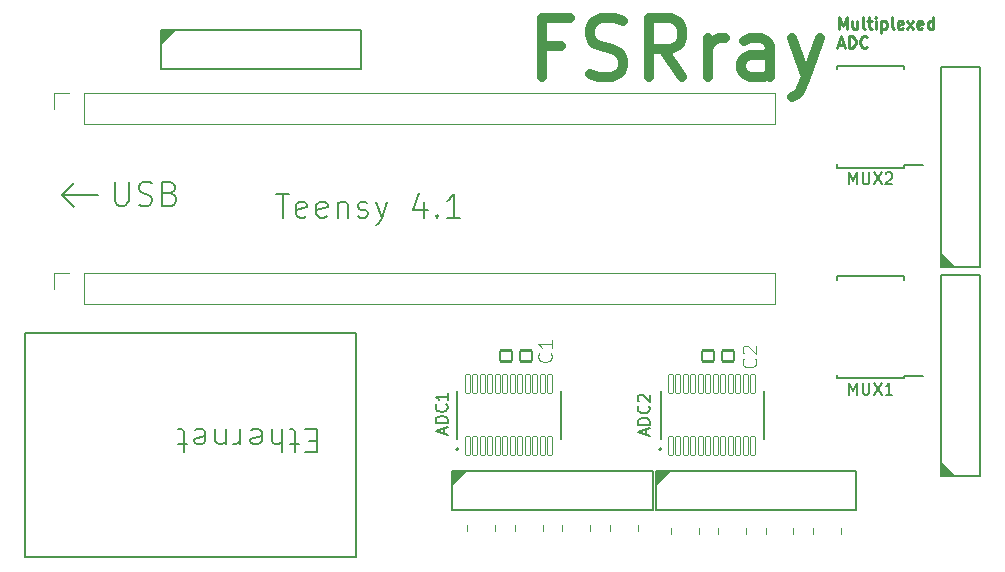
<source format=gbr>
%TF.GenerationSoftware,KiCad,Pcbnew,7.0.7-7.0.7~ubuntu22.04.1*%
%TF.CreationDate,2023-09-08T16:19:24+01:00*%
%TF.ProjectId,FSRray,46535272-6179-42e6-9b69-6361645f7063,rev?*%
%TF.SameCoordinates,Original*%
%TF.FileFunction,Legend,Top*%
%TF.FilePolarity,Positive*%
%FSLAX46Y46*%
G04 Gerber Fmt 4.6, Leading zero omitted, Abs format (unit mm)*
G04 Created by KiCad (PCBNEW 7.0.7-7.0.7~ubuntu22.04.1) date 2023-09-08 16:19:24*
%MOMM*%
%LPD*%
G01*
G04 APERTURE LIST*
G04 Aperture macros list*
%AMRoundRect*
0 Rectangle with rounded corners*
0 $1 Rounding radius*
0 $2 $3 $4 $5 $6 $7 $8 $9 X,Y pos of 4 corners*
0 Add a 4 corners polygon primitive as box body*
4,1,4,$2,$3,$4,$5,$6,$7,$8,$9,$2,$3,0*
0 Add four circle primitives for the rounded corners*
1,1,$1+$1,$2,$3*
1,1,$1+$1,$4,$5*
1,1,$1+$1,$6,$7*
1,1,$1+$1,$8,$9*
0 Add four rect primitives between the rounded corners*
20,1,$1+$1,$2,$3,$4,$5,0*
20,1,$1+$1,$4,$5,$6,$7,0*
20,1,$1+$1,$6,$7,$8,$9,0*
20,1,$1+$1,$8,$9,$2,$3,0*%
G04 Aperture macros list end*
%ADD10C,0.152400*%
%ADD11C,0.203200*%
%ADD12C,0.250000*%
%ADD13C,0.876300*%
%ADD14C,0.150000*%
%ADD15C,0.093472*%
%ADD16C,0.120000*%
%ADD17C,0.200000*%
%ADD18C,0.127000*%
%ADD19R,0.400000X0.500000*%
%ADD20R,0.300000X0.500000*%
%ADD21C,3.200000*%
%ADD22C,1.000000*%
%ADD23R,1.750000X0.450000*%
%ADD24RoundRect,0.020500X0.184500X-0.799500X0.184500X0.799500X-0.184500X0.799500X-0.184500X-0.799500X0*%
%ADD25RoundRect,0.114300X0.499200X0.449200X-0.499200X0.449200X-0.499200X-0.449200X0.499200X-0.449200X0*%
%ADD26R,1.700000X1.700000*%
%ADD27O,1.700000X1.700000*%
%ADD28C,1.431000*%
%ADD29C,3.450000*%
G04 APERTURE END LIST*
D10*
X133167200Y-91307200D02*
X132167200Y-92307200D01*
X135167200Y-92307200D02*
X132167200Y-92307200D01*
X157000000Y-123000000D02*
X129000000Y-123000000D01*
X129000000Y-104000000D01*
X157000000Y-104000000D01*
X157000000Y-123000000D01*
X132167200Y-92307200D02*
X133167200Y-93307200D01*
D11*
X150262437Y-92221871D02*
X151405294Y-92221871D01*
X150833865Y-94221871D02*
X150833865Y-92221871D01*
X152833866Y-94126633D02*
X152643390Y-94221871D01*
X152643390Y-94221871D02*
X152262437Y-94221871D01*
X152262437Y-94221871D02*
X152071961Y-94126633D01*
X152071961Y-94126633D02*
X151976723Y-93936156D01*
X151976723Y-93936156D02*
X151976723Y-93174252D01*
X151976723Y-93174252D02*
X152071961Y-92983775D01*
X152071961Y-92983775D02*
X152262437Y-92888537D01*
X152262437Y-92888537D02*
X152643390Y-92888537D01*
X152643390Y-92888537D02*
X152833866Y-92983775D01*
X152833866Y-92983775D02*
X152929104Y-93174252D01*
X152929104Y-93174252D02*
X152929104Y-93364728D01*
X152929104Y-93364728D02*
X151976723Y-93555204D01*
X154548152Y-94126633D02*
X154357676Y-94221871D01*
X154357676Y-94221871D02*
X153976723Y-94221871D01*
X153976723Y-94221871D02*
X153786247Y-94126633D01*
X153786247Y-94126633D02*
X153691009Y-93936156D01*
X153691009Y-93936156D02*
X153691009Y-93174252D01*
X153691009Y-93174252D02*
X153786247Y-92983775D01*
X153786247Y-92983775D02*
X153976723Y-92888537D01*
X153976723Y-92888537D02*
X154357676Y-92888537D01*
X154357676Y-92888537D02*
X154548152Y-92983775D01*
X154548152Y-92983775D02*
X154643390Y-93174252D01*
X154643390Y-93174252D02*
X154643390Y-93364728D01*
X154643390Y-93364728D02*
X153691009Y-93555204D01*
X155500533Y-92888537D02*
X155500533Y-94221871D01*
X155500533Y-93079013D02*
X155595771Y-92983775D01*
X155595771Y-92983775D02*
X155786247Y-92888537D01*
X155786247Y-92888537D02*
X156071962Y-92888537D01*
X156071962Y-92888537D02*
X156262438Y-92983775D01*
X156262438Y-92983775D02*
X156357676Y-93174252D01*
X156357676Y-93174252D02*
X156357676Y-94221871D01*
X157214819Y-94126633D02*
X157405295Y-94221871D01*
X157405295Y-94221871D02*
X157786247Y-94221871D01*
X157786247Y-94221871D02*
X157976724Y-94126633D01*
X157976724Y-94126633D02*
X158071962Y-93936156D01*
X158071962Y-93936156D02*
X158071962Y-93840918D01*
X158071962Y-93840918D02*
X157976724Y-93650442D01*
X157976724Y-93650442D02*
X157786247Y-93555204D01*
X157786247Y-93555204D02*
X157500533Y-93555204D01*
X157500533Y-93555204D02*
X157310057Y-93459966D01*
X157310057Y-93459966D02*
X157214819Y-93269490D01*
X157214819Y-93269490D02*
X157214819Y-93174252D01*
X157214819Y-93174252D02*
X157310057Y-92983775D01*
X157310057Y-92983775D02*
X157500533Y-92888537D01*
X157500533Y-92888537D02*
X157786247Y-92888537D01*
X157786247Y-92888537D02*
X157976724Y-92983775D01*
X158738629Y-92888537D02*
X159214819Y-94221871D01*
X159691010Y-92888537D02*
X159214819Y-94221871D01*
X159214819Y-94221871D02*
X159024343Y-94698061D01*
X159024343Y-94698061D02*
X158929105Y-94793299D01*
X158929105Y-94793299D02*
X158738629Y-94888537D01*
X162833868Y-92888537D02*
X162833868Y-94221871D01*
X162357677Y-92126633D02*
X161881487Y-93555204D01*
X161881487Y-93555204D02*
X163119582Y-93555204D01*
X163881487Y-94031394D02*
X163976725Y-94126633D01*
X163976725Y-94126633D02*
X163881487Y-94221871D01*
X163881487Y-94221871D02*
X163786249Y-94126633D01*
X163786249Y-94126633D02*
X163881487Y-94031394D01*
X163881487Y-94031394D02*
X163881487Y-94221871D01*
X165881487Y-94221871D02*
X164738630Y-94221871D01*
X165310058Y-94221871D02*
X165310058Y-92221871D01*
X165310058Y-92221871D02*
X165119582Y-92507585D01*
X165119582Y-92507585D02*
X164929106Y-92698061D01*
X164929106Y-92698061D02*
X164738630Y-92793299D01*
X153714285Y-113132947D02*
X153047618Y-113132947D01*
X152761904Y-112085328D02*
X153714285Y-112085328D01*
X153714285Y-112085328D02*
X153714285Y-114085328D01*
X153714285Y-114085328D02*
X152761904Y-114085328D01*
X152190475Y-113418662D02*
X151428571Y-113418662D01*
X151904761Y-114085328D02*
X151904761Y-112371043D01*
X151904761Y-112371043D02*
X151809523Y-112180567D01*
X151809523Y-112180567D02*
X151619047Y-112085328D01*
X151619047Y-112085328D02*
X151428571Y-112085328D01*
X150761904Y-112085328D02*
X150761904Y-114085328D01*
X149904761Y-112085328D02*
X149904761Y-113132947D01*
X149904761Y-113132947D02*
X149999999Y-113323424D01*
X149999999Y-113323424D02*
X150190475Y-113418662D01*
X150190475Y-113418662D02*
X150476190Y-113418662D01*
X150476190Y-113418662D02*
X150666666Y-113323424D01*
X150666666Y-113323424D02*
X150761904Y-113228186D01*
X148190475Y-112180567D02*
X148380951Y-112085328D01*
X148380951Y-112085328D02*
X148761904Y-112085328D01*
X148761904Y-112085328D02*
X148952380Y-112180567D01*
X148952380Y-112180567D02*
X149047618Y-112371043D01*
X149047618Y-112371043D02*
X149047618Y-113132947D01*
X149047618Y-113132947D02*
X148952380Y-113323424D01*
X148952380Y-113323424D02*
X148761904Y-113418662D01*
X148761904Y-113418662D02*
X148380951Y-113418662D01*
X148380951Y-113418662D02*
X148190475Y-113323424D01*
X148190475Y-113323424D02*
X148095237Y-113132947D01*
X148095237Y-113132947D02*
X148095237Y-112942471D01*
X148095237Y-112942471D02*
X149047618Y-112751995D01*
X147238094Y-112085328D02*
X147238094Y-113418662D01*
X147238094Y-113037709D02*
X147142856Y-113228186D01*
X147142856Y-113228186D02*
X147047618Y-113323424D01*
X147047618Y-113323424D02*
X146857142Y-113418662D01*
X146857142Y-113418662D02*
X146666665Y-113418662D01*
X145999999Y-113418662D02*
X145999999Y-112085328D01*
X145999999Y-113228186D02*
X145904761Y-113323424D01*
X145904761Y-113323424D02*
X145714285Y-113418662D01*
X145714285Y-113418662D02*
X145428570Y-113418662D01*
X145428570Y-113418662D02*
X145238094Y-113323424D01*
X145238094Y-113323424D02*
X145142856Y-113132947D01*
X145142856Y-113132947D02*
X145142856Y-112085328D01*
X143428570Y-112180567D02*
X143619046Y-112085328D01*
X143619046Y-112085328D02*
X143999999Y-112085328D01*
X143999999Y-112085328D02*
X144190475Y-112180567D01*
X144190475Y-112180567D02*
X144285713Y-112371043D01*
X144285713Y-112371043D02*
X144285713Y-113132947D01*
X144285713Y-113132947D02*
X144190475Y-113323424D01*
X144190475Y-113323424D02*
X143999999Y-113418662D01*
X143999999Y-113418662D02*
X143619046Y-113418662D01*
X143619046Y-113418662D02*
X143428570Y-113323424D01*
X143428570Y-113323424D02*
X143333332Y-113132947D01*
X143333332Y-113132947D02*
X143333332Y-112942471D01*
X143333332Y-112942471D02*
X144285713Y-112751995D01*
X142761903Y-113418662D02*
X141999999Y-113418662D01*
X142476189Y-114085328D02*
X142476189Y-112371043D01*
X142476189Y-112371043D02*
X142380951Y-112180567D01*
X142380951Y-112180567D02*
X142190475Y-112085328D01*
X142190475Y-112085328D02*
X141999999Y-112085328D01*
X136643390Y-91221871D02*
X136643390Y-92840918D01*
X136643390Y-92840918D02*
X136738628Y-93031394D01*
X136738628Y-93031394D02*
X136833866Y-93126633D01*
X136833866Y-93126633D02*
X137024342Y-93221871D01*
X137024342Y-93221871D02*
X137405295Y-93221871D01*
X137405295Y-93221871D02*
X137595771Y-93126633D01*
X137595771Y-93126633D02*
X137691009Y-93031394D01*
X137691009Y-93031394D02*
X137786247Y-92840918D01*
X137786247Y-92840918D02*
X137786247Y-91221871D01*
X138643390Y-93126633D02*
X138929104Y-93221871D01*
X138929104Y-93221871D02*
X139405295Y-93221871D01*
X139405295Y-93221871D02*
X139595771Y-93126633D01*
X139595771Y-93126633D02*
X139691009Y-93031394D01*
X139691009Y-93031394D02*
X139786247Y-92840918D01*
X139786247Y-92840918D02*
X139786247Y-92650442D01*
X139786247Y-92650442D02*
X139691009Y-92459966D01*
X139691009Y-92459966D02*
X139595771Y-92364728D01*
X139595771Y-92364728D02*
X139405295Y-92269490D01*
X139405295Y-92269490D02*
X139024342Y-92174252D01*
X139024342Y-92174252D02*
X138833866Y-92079013D01*
X138833866Y-92079013D02*
X138738628Y-91983775D01*
X138738628Y-91983775D02*
X138643390Y-91793299D01*
X138643390Y-91793299D02*
X138643390Y-91602823D01*
X138643390Y-91602823D02*
X138738628Y-91412347D01*
X138738628Y-91412347D02*
X138833866Y-91317109D01*
X138833866Y-91317109D02*
X139024342Y-91221871D01*
X139024342Y-91221871D02*
X139500533Y-91221871D01*
X139500533Y-91221871D02*
X139786247Y-91317109D01*
X141310057Y-92174252D02*
X141595771Y-92269490D01*
X141595771Y-92269490D02*
X141691009Y-92364728D01*
X141691009Y-92364728D02*
X141786247Y-92555204D01*
X141786247Y-92555204D02*
X141786247Y-92840918D01*
X141786247Y-92840918D02*
X141691009Y-93031394D01*
X141691009Y-93031394D02*
X141595771Y-93126633D01*
X141595771Y-93126633D02*
X141405295Y-93221871D01*
X141405295Y-93221871D02*
X140643390Y-93221871D01*
X140643390Y-93221871D02*
X140643390Y-91221871D01*
X140643390Y-91221871D02*
X141310057Y-91221871D01*
X141310057Y-91221871D02*
X141500533Y-91317109D01*
X141500533Y-91317109D02*
X141595771Y-91412347D01*
X141595771Y-91412347D02*
X141691009Y-91602823D01*
X141691009Y-91602823D02*
X141691009Y-91793299D01*
X141691009Y-91793299D02*
X141595771Y-91983775D01*
X141595771Y-91983775D02*
X141500533Y-92079013D01*
X141500533Y-92079013D02*
X141310057Y-92174252D01*
X141310057Y-92174252D02*
X140643390Y-92174252D01*
D12*
X197902568Y-78254619D02*
X197902568Y-77254619D01*
X197902568Y-77254619D02*
X198235901Y-77968904D01*
X198235901Y-77968904D02*
X198569234Y-77254619D01*
X198569234Y-77254619D02*
X198569234Y-78254619D01*
X199473996Y-77587952D02*
X199473996Y-78254619D01*
X199045425Y-77587952D02*
X199045425Y-78111761D01*
X199045425Y-78111761D02*
X199093044Y-78207000D01*
X199093044Y-78207000D02*
X199188282Y-78254619D01*
X199188282Y-78254619D02*
X199331139Y-78254619D01*
X199331139Y-78254619D02*
X199426377Y-78207000D01*
X199426377Y-78207000D02*
X199473996Y-78159380D01*
X200093044Y-78254619D02*
X199997806Y-78207000D01*
X199997806Y-78207000D02*
X199950187Y-78111761D01*
X199950187Y-78111761D02*
X199950187Y-77254619D01*
X200331140Y-77587952D02*
X200712092Y-77587952D01*
X200473997Y-77254619D02*
X200473997Y-78111761D01*
X200473997Y-78111761D02*
X200521616Y-78207000D01*
X200521616Y-78207000D02*
X200616854Y-78254619D01*
X200616854Y-78254619D02*
X200712092Y-78254619D01*
X201045426Y-78254619D02*
X201045426Y-77587952D01*
X201045426Y-77254619D02*
X200997807Y-77302238D01*
X200997807Y-77302238D02*
X201045426Y-77349857D01*
X201045426Y-77349857D02*
X201093045Y-77302238D01*
X201093045Y-77302238D02*
X201045426Y-77254619D01*
X201045426Y-77254619D02*
X201045426Y-77349857D01*
X201521616Y-77587952D02*
X201521616Y-78587952D01*
X201521616Y-77635571D02*
X201616854Y-77587952D01*
X201616854Y-77587952D02*
X201807330Y-77587952D01*
X201807330Y-77587952D02*
X201902568Y-77635571D01*
X201902568Y-77635571D02*
X201950187Y-77683190D01*
X201950187Y-77683190D02*
X201997806Y-77778428D01*
X201997806Y-77778428D02*
X201997806Y-78064142D01*
X201997806Y-78064142D02*
X201950187Y-78159380D01*
X201950187Y-78159380D02*
X201902568Y-78207000D01*
X201902568Y-78207000D02*
X201807330Y-78254619D01*
X201807330Y-78254619D02*
X201616854Y-78254619D01*
X201616854Y-78254619D02*
X201521616Y-78207000D01*
X202569235Y-78254619D02*
X202473997Y-78207000D01*
X202473997Y-78207000D02*
X202426378Y-78111761D01*
X202426378Y-78111761D02*
X202426378Y-77254619D01*
X203331140Y-78207000D02*
X203235902Y-78254619D01*
X203235902Y-78254619D02*
X203045426Y-78254619D01*
X203045426Y-78254619D02*
X202950188Y-78207000D01*
X202950188Y-78207000D02*
X202902569Y-78111761D01*
X202902569Y-78111761D02*
X202902569Y-77730809D01*
X202902569Y-77730809D02*
X202950188Y-77635571D01*
X202950188Y-77635571D02*
X203045426Y-77587952D01*
X203045426Y-77587952D02*
X203235902Y-77587952D01*
X203235902Y-77587952D02*
X203331140Y-77635571D01*
X203331140Y-77635571D02*
X203378759Y-77730809D01*
X203378759Y-77730809D02*
X203378759Y-77826047D01*
X203378759Y-77826047D02*
X202902569Y-77921285D01*
X203712093Y-78254619D02*
X204235902Y-77587952D01*
X203712093Y-77587952D02*
X204235902Y-78254619D01*
X204997807Y-78207000D02*
X204902569Y-78254619D01*
X204902569Y-78254619D02*
X204712093Y-78254619D01*
X204712093Y-78254619D02*
X204616855Y-78207000D01*
X204616855Y-78207000D02*
X204569236Y-78111761D01*
X204569236Y-78111761D02*
X204569236Y-77730809D01*
X204569236Y-77730809D02*
X204616855Y-77635571D01*
X204616855Y-77635571D02*
X204712093Y-77587952D01*
X204712093Y-77587952D02*
X204902569Y-77587952D01*
X204902569Y-77587952D02*
X204997807Y-77635571D01*
X204997807Y-77635571D02*
X205045426Y-77730809D01*
X205045426Y-77730809D02*
X205045426Y-77826047D01*
X205045426Y-77826047D02*
X204569236Y-77921285D01*
X205902569Y-78254619D02*
X205902569Y-77254619D01*
X205902569Y-78207000D02*
X205807331Y-78254619D01*
X205807331Y-78254619D02*
X205616855Y-78254619D01*
X205616855Y-78254619D02*
X205521617Y-78207000D01*
X205521617Y-78207000D02*
X205473998Y-78159380D01*
X205473998Y-78159380D02*
X205426379Y-78064142D01*
X205426379Y-78064142D02*
X205426379Y-77778428D01*
X205426379Y-77778428D02*
X205473998Y-77683190D01*
X205473998Y-77683190D02*
X205521617Y-77635571D01*
X205521617Y-77635571D02*
X205616855Y-77587952D01*
X205616855Y-77587952D02*
X205807331Y-77587952D01*
X205807331Y-77587952D02*
X205902569Y-77635571D01*
X197854949Y-79578904D02*
X198331139Y-79578904D01*
X197759711Y-79864619D02*
X198093044Y-78864619D01*
X198093044Y-78864619D02*
X198426377Y-79864619D01*
X198759711Y-79864619D02*
X198759711Y-78864619D01*
X198759711Y-78864619D02*
X198997806Y-78864619D01*
X198997806Y-78864619D02*
X199140663Y-78912238D01*
X199140663Y-78912238D02*
X199235901Y-79007476D01*
X199235901Y-79007476D02*
X199283520Y-79102714D01*
X199283520Y-79102714D02*
X199331139Y-79293190D01*
X199331139Y-79293190D02*
X199331139Y-79436047D01*
X199331139Y-79436047D02*
X199283520Y-79626523D01*
X199283520Y-79626523D02*
X199235901Y-79721761D01*
X199235901Y-79721761D02*
X199140663Y-79817000D01*
X199140663Y-79817000D02*
X198997806Y-79864619D01*
X198997806Y-79864619D02*
X198759711Y-79864619D01*
X200331139Y-79769380D02*
X200283520Y-79817000D01*
X200283520Y-79817000D02*
X200140663Y-79864619D01*
X200140663Y-79864619D02*
X200045425Y-79864619D01*
X200045425Y-79864619D02*
X199902568Y-79817000D01*
X199902568Y-79817000D02*
X199807330Y-79721761D01*
X199807330Y-79721761D02*
X199759711Y-79626523D01*
X199759711Y-79626523D02*
X199712092Y-79436047D01*
X199712092Y-79436047D02*
X199712092Y-79293190D01*
X199712092Y-79293190D02*
X199759711Y-79102714D01*
X199759711Y-79102714D02*
X199807330Y-79007476D01*
X199807330Y-79007476D02*
X199902568Y-78912238D01*
X199902568Y-78912238D02*
X200045425Y-78864619D01*
X200045425Y-78864619D02*
X200140663Y-78864619D01*
X200140663Y-78864619D02*
X200283520Y-78912238D01*
X200283520Y-78912238D02*
X200331139Y-78959857D01*
D13*
X174433655Y-79723479D02*
X172766989Y-79723479D01*
X172766989Y-82342527D02*
X172766989Y-77342527D01*
X172766989Y-77342527D02*
X175147941Y-77342527D01*
X176814607Y-82104432D02*
X177528893Y-82342527D01*
X177528893Y-82342527D02*
X178719369Y-82342527D01*
X178719369Y-82342527D02*
X179195560Y-82104432D01*
X179195560Y-82104432D02*
X179433655Y-81866336D01*
X179433655Y-81866336D02*
X179671750Y-81390146D01*
X179671750Y-81390146D02*
X179671750Y-80913955D01*
X179671750Y-80913955D02*
X179433655Y-80437765D01*
X179433655Y-80437765D02*
X179195560Y-80199670D01*
X179195560Y-80199670D02*
X178719369Y-79961574D01*
X178719369Y-79961574D02*
X177766988Y-79723479D01*
X177766988Y-79723479D02*
X177290798Y-79485384D01*
X177290798Y-79485384D02*
X177052703Y-79247289D01*
X177052703Y-79247289D02*
X176814607Y-78771098D01*
X176814607Y-78771098D02*
X176814607Y-78294908D01*
X176814607Y-78294908D02*
X177052703Y-77818717D01*
X177052703Y-77818717D02*
X177290798Y-77580622D01*
X177290798Y-77580622D02*
X177766988Y-77342527D01*
X177766988Y-77342527D02*
X178957465Y-77342527D01*
X178957465Y-77342527D02*
X179671750Y-77580622D01*
X184671751Y-82342527D02*
X183005084Y-79961574D01*
X181814608Y-82342527D02*
X181814608Y-77342527D01*
X181814608Y-77342527D02*
X183719370Y-77342527D01*
X183719370Y-77342527D02*
X184195560Y-77580622D01*
X184195560Y-77580622D02*
X184433655Y-77818717D01*
X184433655Y-77818717D02*
X184671751Y-78294908D01*
X184671751Y-78294908D02*
X184671751Y-79009193D01*
X184671751Y-79009193D02*
X184433655Y-79485384D01*
X184433655Y-79485384D02*
X184195560Y-79723479D01*
X184195560Y-79723479D02*
X183719370Y-79961574D01*
X183719370Y-79961574D02*
X181814608Y-79961574D01*
X186814608Y-82342527D02*
X186814608Y-79009193D01*
X186814608Y-79961574D02*
X187052703Y-79485384D01*
X187052703Y-79485384D02*
X187290798Y-79247289D01*
X187290798Y-79247289D02*
X187766989Y-79009193D01*
X187766989Y-79009193D02*
X188243179Y-79009193D01*
X192052703Y-82342527D02*
X192052703Y-79723479D01*
X192052703Y-79723479D02*
X191814608Y-79247289D01*
X191814608Y-79247289D02*
X191338417Y-79009193D01*
X191338417Y-79009193D02*
X190386036Y-79009193D01*
X190386036Y-79009193D02*
X189909846Y-79247289D01*
X192052703Y-82104432D02*
X191576512Y-82342527D01*
X191576512Y-82342527D02*
X190386036Y-82342527D01*
X190386036Y-82342527D02*
X189909846Y-82104432D01*
X189909846Y-82104432D02*
X189671750Y-81628241D01*
X189671750Y-81628241D02*
X189671750Y-81152051D01*
X189671750Y-81152051D02*
X189909846Y-80675860D01*
X189909846Y-80675860D02*
X190386036Y-80437765D01*
X190386036Y-80437765D02*
X191576512Y-80437765D01*
X191576512Y-80437765D02*
X192052703Y-80199670D01*
X193957465Y-79009193D02*
X195147941Y-82342527D01*
X196338418Y-79009193D02*
X195147941Y-82342527D01*
X195147941Y-82342527D02*
X194671751Y-83533003D01*
X194671751Y-83533003D02*
X194433656Y-83771098D01*
X194433656Y-83771098D02*
X193957465Y-84009193D01*
D14*
X198790476Y-91404820D02*
X198790476Y-90404820D01*
X198790476Y-90404820D02*
X199123809Y-91119105D01*
X199123809Y-91119105D02*
X199457142Y-90404820D01*
X199457142Y-90404820D02*
X199457142Y-91404820D01*
X199933333Y-90404820D02*
X199933333Y-91214343D01*
X199933333Y-91214343D02*
X199980952Y-91309581D01*
X199980952Y-91309581D02*
X200028571Y-91357201D01*
X200028571Y-91357201D02*
X200123809Y-91404820D01*
X200123809Y-91404820D02*
X200314285Y-91404820D01*
X200314285Y-91404820D02*
X200409523Y-91357201D01*
X200409523Y-91357201D02*
X200457142Y-91309581D01*
X200457142Y-91309581D02*
X200504761Y-91214343D01*
X200504761Y-91214343D02*
X200504761Y-90404820D01*
X200885714Y-90404820D02*
X201552380Y-91404820D01*
X201552380Y-90404820D02*
X200885714Y-91404820D01*
X201885714Y-90500058D02*
X201933333Y-90452439D01*
X201933333Y-90452439D02*
X202028571Y-90404820D01*
X202028571Y-90404820D02*
X202266666Y-90404820D01*
X202266666Y-90404820D02*
X202361904Y-90452439D01*
X202361904Y-90452439D02*
X202409523Y-90500058D01*
X202409523Y-90500058D02*
X202457142Y-90595296D01*
X202457142Y-90595296D02*
X202457142Y-90690534D01*
X202457142Y-90690534D02*
X202409523Y-90833391D01*
X202409523Y-90833391D02*
X201838095Y-91404820D01*
X201838095Y-91404820D02*
X202457142Y-91404820D01*
X198790476Y-109204821D02*
X198790476Y-108204821D01*
X198790476Y-108204821D02*
X199123809Y-108919106D01*
X199123809Y-108919106D02*
X199457142Y-108204821D01*
X199457142Y-108204821D02*
X199457142Y-109204821D01*
X199933333Y-108204821D02*
X199933333Y-109014344D01*
X199933333Y-109014344D02*
X199980952Y-109109582D01*
X199980952Y-109109582D02*
X200028571Y-109157202D01*
X200028571Y-109157202D02*
X200123809Y-109204821D01*
X200123809Y-109204821D02*
X200314285Y-109204821D01*
X200314285Y-109204821D02*
X200409523Y-109157202D01*
X200409523Y-109157202D02*
X200457142Y-109109582D01*
X200457142Y-109109582D02*
X200504761Y-109014344D01*
X200504761Y-109014344D02*
X200504761Y-108204821D01*
X200885714Y-108204821D02*
X201552380Y-109204821D01*
X201552380Y-108204821D02*
X200885714Y-109204821D01*
X202457142Y-109204821D02*
X201885714Y-109204821D01*
X202171428Y-109204821D02*
X202171428Y-108204821D01*
X202171428Y-108204821D02*
X202076190Y-108347678D01*
X202076190Y-108347678D02*
X201980952Y-108442916D01*
X201980952Y-108442916D02*
X201885714Y-108490535D01*
X181619104Y-112651938D02*
X181619104Y-112175748D01*
X181904819Y-112747176D02*
X180904819Y-112413843D01*
X180904819Y-112413843D02*
X181904819Y-112080510D01*
X181904819Y-111747176D02*
X180904819Y-111747176D01*
X180904819Y-111747176D02*
X180904819Y-111509081D01*
X180904819Y-111509081D02*
X180952438Y-111366224D01*
X180952438Y-111366224D02*
X181047676Y-111270986D01*
X181047676Y-111270986D02*
X181142914Y-111223367D01*
X181142914Y-111223367D02*
X181333390Y-111175748D01*
X181333390Y-111175748D02*
X181476247Y-111175748D01*
X181476247Y-111175748D02*
X181666723Y-111223367D01*
X181666723Y-111223367D02*
X181761961Y-111270986D01*
X181761961Y-111270986D02*
X181857200Y-111366224D01*
X181857200Y-111366224D02*
X181904819Y-111509081D01*
X181904819Y-111509081D02*
X181904819Y-111747176D01*
X181809580Y-110175748D02*
X181857200Y-110223367D01*
X181857200Y-110223367D02*
X181904819Y-110366224D01*
X181904819Y-110366224D02*
X181904819Y-110461462D01*
X181904819Y-110461462D02*
X181857200Y-110604319D01*
X181857200Y-110604319D02*
X181761961Y-110699557D01*
X181761961Y-110699557D02*
X181666723Y-110747176D01*
X181666723Y-110747176D02*
X181476247Y-110794795D01*
X181476247Y-110794795D02*
X181333390Y-110794795D01*
X181333390Y-110794795D02*
X181142914Y-110747176D01*
X181142914Y-110747176D02*
X181047676Y-110699557D01*
X181047676Y-110699557D02*
X180952438Y-110604319D01*
X180952438Y-110604319D02*
X180904819Y-110461462D01*
X180904819Y-110461462D02*
X180904819Y-110366224D01*
X180904819Y-110366224D02*
X180952438Y-110223367D01*
X180952438Y-110223367D02*
X181000057Y-110175748D01*
X181000057Y-109794795D02*
X180952438Y-109747176D01*
X180952438Y-109747176D02*
X180904819Y-109651938D01*
X180904819Y-109651938D02*
X180904819Y-109413843D01*
X180904819Y-109413843D02*
X180952438Y-109318605D01*
X180952438Y-109318605D02*
X181000057Y-109270986D01*
X181000057Y-109270986D02*
X181095295Y-109223367D01*
X181095295Y-109223367D02*
X181190533Y-109223367D01*
X181190533Y-109223367D02*
X181333390Y-109270986D01*
X181333390Y-109270986D02*
X181904819Y-109842414D01*
X181904819Y-109842414D02*
X181904819Y-109223367D01*
D15*
X173527373Y-105723731D02*
X173583399Y-105779756D01*
X173583399Y-105779756D02*
X173639424Y-105947832D01*
X173639424Y-105947832D02*
X173639424Y-106059882D01*
X173639424Y-106059882D02*
X173583399Y-106227957D01*
X173583399Y-106227957D02*
X173471348Y-106340008D01*
X173471348Y-106340008D02*
X173359298Y-106396033D01*
X173359298Y-106396033D02*
X173135197Y-106452058D01*
X173135197Y-106452058D02*
X172967122Y-106452058D01*
X172967122Y-106452058D02*
X172743021Y-106396033D01*
X172743021Y-106396033D02*
X172630971Y-106340008D01*
X172630971Y-106340008D02*
X172518921Y-106227957D01*
X172518921Y-106227957D02*
X172462896Y-106059882D01*
X172462896Y-106059882D02*
X172462896Y-105947832D01*
X172462896Y-105947832D02*
X172518921Y-105779756D01*
X172518921Y-105779756D02*
X172574946Y-105723731D01*
X173639424Y-104603228D02*
X173639424Y-105275530D01*
X173639424Y-104939379D02*
X172462896Y-104939379D01*
X172462896Y-104939379D02*
X172630971Y-105051429D01*
X172630971Y-105051429D02*
X172743021Y-105163480D01*
X172743021Y-105163480D02*
X172799047Y-105275530D01*
D14*
X164506604Y-112516938D02*
X164506604Y-112040748D01*
X164792319Y-112612176D02*
X163792319Y-112278843D01*
X163792319Y-112278843D02*
X164792319Y-111945510D01*
X164792319Y-111612176D02*
X163792319Y-111612176D01*
X163792319Y-111612176D02*
X163792319Y-111374081D01*
X163792319Y-111374081D02*
X163839938Y-111231224D01*
X163839938Y-111231224D02*
X163935176Y-111135986D01*
X163935176Y-111135986D02*
X164030414Y-111088367D01*
X164030414Y-111088367D02*
X164220890Y-111040748D01*
X164220890Y-111040748D02*
X164363747Y-111040748D01*
X164363747Y-111040748D02*
X164554223Y-111088367D01*
X164554223Y-111088367D02*
X164649461Y-111135986D01*
X164649461Y-111135986D02*
X164744700Y-111231224D01*
X164744700Y-111231224D02*
X164792319Y-111374081D01*
X164792319Y-111374081D02*
X164792319Y-111612176D01*
X164697080Y-110040748D02*
X164744700Y-110088367D01*
X164744700Y-110088367D02*
X164792319Y-110231224D01*
X164792319Y-110231224D02*
X164792319Y-110326462D01*
X164792319Y-110326462D02*
X164744700Y-110469319D01*
X164744700Y-110469319D02*
X164649461Y-110564557D01*
X164649461Y-110564557D02*
X164554223Y-110612176D01*
X164554223Y-110612176D02*
X164363747Y-110659795D01*
X164363747Y-110659795D02*
X164220890Y-110659795D01*
X164220890Y-110659795D02*
X164030414Y-110612176D01*
X164030414Y-110612176D02*
X163935176Y-110564557D01*
X163935176Y-110564557D02*
X163839938Y-110469319D01*
X163839938Y-110469319D02*
X163792319Y-110326462D01*
X163792319Y-110326462D02*
X163792319Y-110231224D01*
X163792319Y-110231224D02*
X163839938Y-110088367D01*
X163839938Y-110088367D02*
X163887557Y-110040748D01*
X164792319Y-109088367D02*
X164792319Y-109659795D01*
X164792319Y-109374081D02*
X163792319Y-109374081D01*
X163792319Y-109374081D02*
X163935176Y-109469319D01*
X163935176Y-109469319D02*
X164030414Y-109564557D01*
X164030414Y-109564557D02*
X164078033Y-109659795D01*
D15*
X190827373Y-106174831D02*
X190883399Y-106230856D01*
X190883399Y-106230856D02*
X190939424Y-106398932D01*
X190939424Y-106398932D02*
X190939424Y-106510982D01*
X190939424Y-106510982D02*
X190883399Y-106679057D01*
X190883399Y-106679057D02*
X190771348Y-106791108D01*
X190771348Y-106791108D02*
X190659298Y-106847133D01*
X190659298Y-106847133D02*
X190435197Y-106903158D01*
X190435197Y-106903158D02*
X190267122Y-106903158D01*
X190267122Y-106903158D02*
X190043021Y-106847133D01*
X190043021Y-106847133D02*
X189930971Y-106791108D01*
X189930971Y-106791108D02*
X189818921Y-106679057D01*
X189818921Y-106679057D02*
X189762896Y-106510982D01*
X189762896Y-106510982D02*
X189762896Y-106398932D01*
X189762896Y-106398932D02*
X189818921Y-106230856D01*
X189818921Y-106230856D02*
X189874946Y-106174831D01*
X189874946Y-105726630D02*
X189818921Y-105670605D01*
X189818921Y-105670605D02*
X189762896Y-105558555D01*
X189762896Y-105558555D02*
X189762896Y-105278429D01*
X189762896Y-105278429D02*
X189818921Y-105166379D01*
X189818921Y-105166379D02*
X189874946Y-105110353D01*
X189874946Y-105110353D02*
X189986996Y-105054328D01*
X189986996Y-105054328D02*
X190099047Y-105054328D01*
X190099047Y-105054328D02*
X190267122Y-105110353D01*
X190267122Y-105110353D02*
X190939424Y-105782655D01*
X190939424Y-105782655D02*
X190939424Y-105054328D01*
D16*
%TO.C,RN5*%
X183720000Y-120487653D02*
X183720000Y-120987653D01*
X186080000Y-120487653D02*
X186080000Y-120987653D01*
D17*
%TO.C,J2*%
X206550000Y-116100001D02*
X209850000Y-116100001D01*
X209850000Y-116100001D02*
X209850000Y-99100001D01*
X209850000Y-99100001D02*
X206550000Y-99100001D01*
X206550000Y-99100001D02*
X206550000Y-116100001D01*
D16*
X207750000Y-116100001D02*
X206550000Y-116100001D01*
X206550000Y-114900001D01*
X207750000Y-116100001D01*
G36*
X207750000Y-116100001D02*
G01*
X206550000Y-116100001D01*
X206550000Y-114900001D01*
X207750000Y-116100001D01*
G37*
D14*
%TO.C,MUX2*%
X203475000Y-90025001D02*
X203475000Y-89800001D01*
X203475000Y-90025001D02*
X197725000Y-90025001D01*
X203475000Y-89800001D02*
X205075000Y-89800001D01*
X203475000Y-81375001D02*
X203475000Y-81675001D01*
X203475000Y-81375001D02*
X197725000Y-81375001D01*
X197725000Y-90025001D02*
X197725000Y-89725001D01*
X197725000Y-81375001D02*
X197725000Y-81675001D01*
D17*
%TO.C,J3*%
X182400000Y-115687653D02*
X199400000Y-115687653D01*
X199400000Y-115687653D02*
X199400000Y-118987653D01*
X199400000Y-118987653D02*
X182400000Y-118987653D01*
X182400000Y-118987653D02*
X182400000Y-115687653D01*
D16*
X182400000Y-116887653D02*
X182400000Y-115687653D01*
X183600000Y-115687653D01*
X182400000Y-116887653D01*
G36*
X182400000Y-116887653D02*
G01*
X182400000Y-115687653D01*
X183600000Y-115687653D01*
X182400000Y-116887653D01*
G37*
D14*
%TO.C,MUX1*%
X203475000Y-107825002D02*
X203475000Y-107600002D01*
X203475000Y-107825002D02*
X197725000Y-107825002D01*
X203475000Y-107600002D02*
X205075000Y-107600002D01*
X203475000Y-99175002D02*
X203475000Y-99475002D01*
X203475000Y-99175002D02*
X197725000Y-99175002D01*
X197725000Y-107825002D02*
X197725000Y-107525002D01*
X197725000Y-99175002D02*
X197725000Y-99475002D01*
D18*
%TO.C,ADC2*%
X182830000Y-112932653D02*
X182830000Y-108942653D01*
X191570000Y-112932653D02*
X191570000Y-108942653D01*
D17*
X182900000Y-113837653D02*
G75*
G03*
X182900000Y-113837653I-100000J0D01*
G01*
D16*
%TO.C,RN6*%
X187720000Y-120487653D02*
X187720000Y-120987653D01*
X190080000Y-120487653D02*
X190080000Y-120987653D01*
D17*
%TO.C,J5*%
X140500000Y-78350000D02*
X157500000Y-78350000D01*
X157500000Y-78350000D02*
X157500000Y-81650000D01*
X157500000Y-81650000D02*
X140500000Y-81650000D01*
X140500000Y-81650000D02*
X140500000Y-78350000D01*
D16*
X140500000Y-79550000D02*
X140500000Y-78350000D01*
X141700000Y-78350000D01*
X140500000Y-79550000D01*
G36*
X140500000Y-79550000D02*
G01*
X140500000Y-78350000D01*
X141700000Y-78350000D01*
X140500000Y-79550000D01*
G37*
D17*
%TO.C,J1*%
X206555000Y-98450001D02*
X209855000Y-98450001D01*
X209855000Y-98450001D02*
X209855000Y-81450001D01*
X209855000Y-81450001D02*
X206555000Y-81450001D01*
X206555000Y-81450001D02*
X206555000Y-98450001D01*
D16*
X207755000Y-98450001D02*
X206555000Y-98450001D01*
X206555000Y-97250001D01*
X207755000Y-98450001D01*
G36*
X207755000Y-98450001D02*
G01*
X206555000Y-98450001D01*
X206555000Y-97250001D01*
X207755000Y-98450001D01*
G37*
%TO.C,RN1*%
X166420000Y-120287653D02*
X166420000Y-120787653D01*
X168780000Y-120287653D02*
X168780000Y-120787653D01*
D17*
%TO.C,J4*%
X165162500Y-115672653D02*
X182162500Y-115672653D01*
X182162500Y-115672653D02*
X182162500Y-118972653D01*
X182162500Y-118972653D02*
X165162500Y-118972653D01*
X165162500Y-118972653D02*
X165162500Y-115672653D01*
D16*
X165162500Y-116872653D02*
X165162500Y-115672653D01*
X166362500Y-115672653D01*
X165162500Y-116872653D01*
G36*
X165162500Y-116872653D02*
G01*
X165162500Y-115672653D01*
X166362500Y-115672653D01*
X165162500Y-116872653D01*
G37*
%TO.C,RN4*%
X178520000Y-120287653D02*
X178520000Y-120787653D01*
X180880000Y-120287653D02*
X180880000Y-120787653D01*
%TO.C,RN2*%
X170520000Y-120287653D02*
X170520000Y-120787653D01*
X172880000Y-120287653D02*
X172880000Y-120787653D01*
%TO.C,J12*%
X134050000Y-101570000D02*
X192530000Y-101570000D01*
X134050000Y-101570000D02*
X134050000Y-98910000D01*
X192530000Y-101570000D02*
X192530000Y-98910000D01*
X131450000Y-100240000D02*
X131450000Y-98910000D01*
X131450000Y-98910000D02*
X132780000Y-98910000D01*
X134050000Y-98910000D02*
X192530000Y-98910000D01*
%TO.C,RN7*%
X191720000Y-120487653D02*
X191720000Y-120987653D01*
X194080000Y-120487653D02*
X194080000Y-120987653D01*
D18*
%TO.C,ADC1*%
X165630000Y-112932653D02*
X165630000Y-108942653D01*
X174370000Y-112932653D02*
X174370000Y-108942653D01*
D17*
X165700000Y-113837653D02*
G75*
G03*
X165700000Y-113837653I-100000J0D01*
G01*
D16*
%TO.C,RN8*%
X195720000Y-120487653D02*
X195720000Y-120987653D01*
X198080000Y-120487653D02*
X198080000Y-120987653D01*
%TO.C,RN3*%
X174520000Y-120287653D02*
X174520000Y-120787653D01*
X176880000Y-120287653D02*
X176880000Y-120787653D01*
%TO.C,J11*%
X134050000Y-86330000D02*
X192530000Y-86330000D01*
X134050000Y-86330000D02*
X134050000Y-83670000D01*
X192530000Y-86330000D02*
X192530000Y-83670000D01*
X131450000Y-85000000D02*
X131450000Y-83670000D01*
X131450000Y-83670000D02*
X132780000Y-83670000D01*
X134050000Y-83670000D02*
X192530000Y-83670000D01*
%TD*%
%LPC*%
D19*
%TO.C,RN5*%
X184150000Y-121237653D03*
D20*
X184650000Y-121237653D03*
X185150000Y-121237653D03*
D19*
X185650000Y-121237653D03*
X185650000Y-120237653D03*
D20*
X185150000Y-120237653D03*
X184650000Y-120237653D03*
D19*
X184150000Y-120237653D03*
%TD*%
D21*
%TO.C,H5*%
X207500000Y-119500000D03*
%TD*%
D22*
%TO.C,J2*%
X209200000Y-115100001D03*
X207200000Y-114100001D03*
X209200000Y-113100001D03*
X207200000Y-112100001D03*
X209200000Y-111100001D03*
X207200000Y-110100001D03*
X209200000Y-109100001D03*
X207200000Y-108100001D03*
X209200000Y-107100001D03*
X207200000Y-106100001D03*
X209200000Y-105100001D03*
X207200000Y-104100001D03*
X209200000Y-103100001D03*
X207200000Y-102100001D03*
X209200000Y-101100001D03*
X207200000Y-100100001D03*
%TD*%
D23*
%TO.C,MUX2*%
X204200000Y-89275001D03*
X204200000Y-88625001D03*
X204200000Y-87975001D03*
X204200000Y-87325001D03*
X204200000Y-86675001D03*
X204200000Y-86025001D03*
X204200000Y-85375001D03*
X204200000Y-84725001D03*
X204200000Y-84075001D03*
X204200000Y-83425001D03*
X204200000Y-82775001D03*
X204200000Y-82125001D03*
X197000000Y-82125001D03*
X197000000Y-82775001D03*
X197000000Y-83425001D03*
X197000000Y-84075001D03*
X197000000Y-84725001D03*
X197000000Y-85375001D03*
X197000000Y-86025001D03*
X197000000Y-86675001D03*
X197000000Y-87325001D03*
X197000000Y-87975001D03*
X197000000Y-88625001D03*
X197000000Y-89275001D03*
%TD*%
D22*
%TO.C,J3*%
X183400000Y-118337653D03*
X184400000Y-116337653D03*
X185400000Y-118337653D03*
X186400000Y-116337653D03*
X187400000Y-118337653D03*
X188400000Y-116337653D03*
X189400000Y-118337653D03*
X190400000Y-116337653D03*
X191400000Y-118337653D03*
X192400000Y-116337653D03*
X193400000Y-118337653D03*
X194400000Y-116337653D03*
X195400000Y-118337653D03*
X196400000Y-116337653D03*
X197400000Y-118337653D03*
X198400000Y-116337653D03*
%TD*%
D23*
%TO.C,MUX1*%
X204200000Y-107075002D03*
X204200000Y-106425002D03*
X204200000Y-105775002D03*
X204200000Y-105125002D03*
X204200000Y-104475002D03*
X204200000Y-103825002D03*
X204200000Y-103175002D03*
X204200000Y-102525002D03*
X204200000Y-101875002D03*
X204200000Y-101225002D03*
X204200000Y-100575002D03*
X204200000Y-99925002D03*
X197000000Y-99925002D03*
X197000000Y-100575002D03*
X197000000Y-101225002D03*
X197000000Y-101875002D03*
X197000000Y-102525002D03*
X197000000Y-103175002D03*
X197000000Y-103825002D03*
X197000000Y-104475002D03*
X197000000Y-105125002D03*
X197000000Y-105775002D03*
X197000000Y-106425002D03*
X197000000Y-107075002D03*
%TD*%
D24*
%TO.C,ADC2*%
X183707500Y-113572653D03*
X184342500Y-113572653D03*
X184977500Y-113572653D03*
X185612500Y-113572653D03*
X186247500Y-113572653D03*
X186882500Y-113572653D03*
X187517500Y-113572653D03*
X188152500Y-113572653D03*
X188787500Y-113572653D03*
X189422500Y-113572653D03*
X190057500Y-113572653D03*
X190692500Y-113572653D03*
X190692500Y-108302653D03*
X190057500Y-108302653D03*
X189422500Y-108302653D03*
X188787500Y-108302653D03*
X188152500Y-108302653D03*
X187517500Y-108302653D03*
X186882500Y-108302653D03*
X186247500Y-108302653D03*
X185612500Y-108302653D03*
X184977500Y-108302653D03*
X184342500Y-108302653D03*
X183707500Y-108302653D03*
%TD*%
D19*
%TO.C,RN6*%
X188150000Y-121237653D03*
D20*
X188650000Y-121237653D03*
X189150000Y-121237653D03*
D19*
X189650000Y-121237653D03*
X189650000Y-120237653D03*
D20*
X189150000Y-120237653D03*
X188650000Y-120237653D03*
D19*
X188150000Y-120237653D03*
%TD*%
D22*
%TO.C,J5*%
X141500000Y-81000000D03*
X142500000Y-79000000D03*
X143500000Y-81000000D03*
X144500000Y-79000000D03*
X145500000Y-81000000D03*
X146500000Y-79000000D03*
X147500000Y-81000000D03*
X148500000Y-79000000D03*
X149500000Y-81000000D03*
X150500000Y-79000000D03*
X151500000Y-81000000D03*
X152500000Y-79000000D03*
X153500000Y-81000000D03*
X154500000Y-79000000D03*
X155500000Y-81000000D03*
X156500000Y-79000000D03*
%TD*%
%TO.C,J1*%
X209205000Y-97450001D03*
X207205000Y-96450001D03*
X209205000Y-95450001D03*
X207205000Y-94450001D03*
X209205000Y-93450001D03*
X207205000Y-92450001D03*
X209205000Y-91450001D03*
X207205000Y-90450001D03*
X209205000Y-89450001D03*
X207205000Y-88450001D03*
X209205000Y-87450001D03*
X207205000Y-86450001D03*
X209205000Y-85450001D03*
X207205000Y-84450001D03*
X209205000Y-83450001D03*
X207205000Y-82450001D03*
%TD*%
D19*
%TO.C,RN1*%
X166850000Y-121037653D03*
D20*
X167350000Y-121037653D03*
X167850000Y-121037653D03*
D19*
X168350000Y-121037653D03*
X168350000Y-120037653D03*
D20*
X167850000Y-120037653D03*
X167350000Y-120037653D03*
D19*
X166850000Y-120037653D03*
%TD*%
D22*
%TO.C,J4*%
X166162500Y-118322653D03*
X167162500Y-116322653D03*
X168162500Y-118322653D03*
X169162500Y-116322653D03*
X170162500Y-118322653D03*
X171162500Y-116322653D03*
X172162500Y-118322653D03*
X173162500Y-116322653D03*
X174162500Y-118322653D03*
X175162500Y-116322653D03*
X176162500Y-118322653D03*
X177162500Y-116322653D03*
X178162500Y-118322653D03*
X179162500Y-116322653D03*
X180162500Y-118322653D03*
X181162500Y-116322653D03*
%TD*%
D21*
%TO.C,H1*%
X132500000Y-79500000D03*
%TD*%
D19*
%TO.C,RN4*%
X178950000Y-121037653D03*
D20*
X179450000Y-121037653D03*
X179950000Y-121037653D03*
D19*
X180450000Y-121037653D03*
X180450000Y-120037653D03*
D20*
X179950000Y-120037653D03*
X179450000Y-120037653D03*
D19*
X178950000Y-120037653D03*
%TD*%
D25*
%TO.C,C1*%
X171450000Y-105937653D03*
X169750000Y-105937653D03*
%TD*%
D19*
%TO.C,RN2*%
X170950000Y-121037653D03*
D20*
X171450000Y-121037653D03*
X171950000Y-121037653D03*
D19*
X172450000Y-121037653D03*
X172450000Y-120037653D03*
D20*
X171950000Y-120037653D03*
X171450000Y-120037653D03*
D19*
X170950000Y-120037653D03*
%TD*%
D26*
%TO.C,J12*%
X132780000Y-100240000D03*
D27*
X135320000Y-100240000D03*
X137860000Y-100240000D03*
X140400000Y-100240000D03*
X142940000Y-100240000D03*
X145480000Y-100240000D03*
X148020000Y-100240000D03*
X150560000Y-100240000D03*
X153100000Y-100240000D03*
X155640000Y-100240000D03*
X158180000Y-100240000D03*
X160720000Y-100240000D03*
X163260000Y-100240000D03*
X165800000Y-100240000D03*
X168340000Y-100240000D03*
X170880000Y-100240000D03*
X173420000Y-100240000D03*
X175960000Y-100240000D03*
X178500000Y-100240000D03*
X181040000Y-100240000D03*
X183580000Y-100240000D03*
X186120000Y-100240000D03*
X188660000Y-100240000D03*
X191200000Y-100240000D03*
%TD*%
D19*
%TO.C,RN7*%
X192150000Y-121237653D03*
D20*
X192650000Y-121237653D03*
X193150000Y-121237653D03*
D19*
X193650000Y-121237653D03*
X193650000Y-120237653D03*
D20*
X193150000Y-120237653D03*
X192650000Y-120237653D03*
D19*
X192150000Y-120237653D03*
%TD*%
D24*
%TO.C,ADC1*%
X166507500Y-113572653D03*
X167142500Y-113572653D03*
X167777500Y-113572653D03*
X168412500Y-113572653D03*
X169047500Y-113572653D03*
X169682500Y-113572653D03*
X170317500Y-113572653D03*
X170952500Y-113572653D03*
X171587500Y-113572653D03*
X172222500Y-113572653D03*
X172857500Y-113572653D03*
X173492500Y-113572653D03*
X173492500Y-108302653D03*
X172857500Y-108302653D03*
X172222500Y-108302653D03*
X171587500Y-108302653D03*
X170952500Y-108302653D03*
X170317500Y-108302653D03*
X169682500Y-108302653D03*
X169047500Y-108302653D03*
X168412500Y-108302653D03*
X167777500Y-108302653D03*
X167142500Y-108302653D03*
X166507500Y-108302653D03*
%TD*%
D25*
%TO.C,C2*%
X188550000Y-105937653D03*
X186850000Y-105937653D03*
%TD*%
D19*
%TO.C,RN8*%
X196150000Y-121237653D03*
D20*
X196650000Y-121237653D03*
X197150000Y-121237653D03*
D19*
X197650000Y-121237653D03*
X197650000Y-120237653D03*
D20*
X197150000Y-120237653D03*
X196650000Y-120237653D03*
D19*
X196150000Y-120237653D03*
%TD*%
%TO.C,RN3*%
X174950000Y-121037653D03*
D20*
X175450000Y-121037653D03*
X175950000Y-121037653D03*
D19*
X176450000Y-121037653D03*
X176450000Y-120037653D03*
D20*
X175950000Y-120037653D03*
X175450000Y-120037653D03*
D19*
X174950000Y-120037653D03*
%TD*%
D26*
%TO.C,J11*%
X132780000Y-85000000D03*
D27*
X135320000Y-85000000D03*
X137860000Y-85000000D03*
X140400000Y-85000000D03*
X142940000Y-85000000D03*
X145480000Y-85000000D03*
X148020000Y-85000000D03*
X150560000Y-85000000D03*
X153100000Y-85000000D03*
X155640000Y-85000000D03*
X158180000Y-85000000D03*
X160720000Y-85000000D03*
X163260000Y-85000000D03*
X165800000Y-85000000D03*
X168340000Y-85000000D03*
X170880000Y-85000000D03*
X173420000Y-85000000D03*
X175960000Y-85000000D03*
X178500000Y-85000000D03*
X181040000Y-85000000D03*
X183580000Y-85000000D03*
X186120000Y-85000000D03*
X188660000Y-85000000D03*
X191200000Y-85000000D03*
%TD*%
D28*
%TO.C,J17*%
X139710000Y-111730000D03*
X139710000Y-114230000D03*
X137710000Y-114230000D03*
X137710000Y-111730000D03*
D29*
X135000000Y-119000000D03*
X135000000Y-106960000D03*
%TD*%
%LPD*%
M02*

</source>
